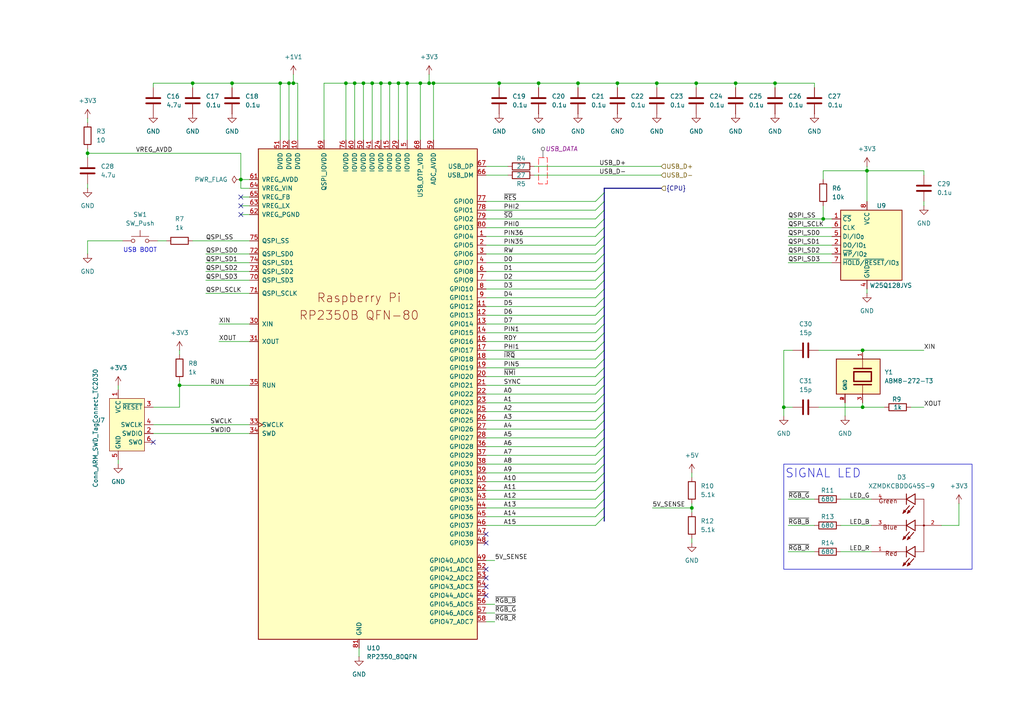
<source format=kicad_sch>
(kicad_sch (version 20250114) (generator "eeschema") (generator_version "9.0")
  (paper "A4")
  (lib_symbols
    (symbol "Connector:Conn_ARM_SWD_TagConnect_TC2030" (in_bom no)
      (property "Reference" "J" (at 2.54 11.43 0))
      (property "Value" "Conn_ARM_SWD_TagConnect_TC2030" (at 5.08 8.89 0))
      (symbol "Conn_ARM_SWD_TagConnect_TC2030_0_0"
        (pin power_in line (at -2.54 10.16 270) (length 2.54) (name "VCC") (number "1"))
        (pin power_in line (at -2.54 -10.16 90) (length 2.54) (name "GND") (number "5"))
        (pin open_collector line (at 7.62 5.08 180) (length 2.54) (name "~{RESET}") (number "3"))
        (pin output line (at 7.62 0 180) (length 2.54) (name "SWCLK") (number "4"))
        (pin bidirectional line (at 7.62 -2.54 180) (length 2.54) (name "SWDIO") (number "2"))
        (pin input line (at 7.62 -5.08 180) (length 2.54) (name "SWO") (number "6"))
      )
    )
    (symbol "Device:C" (pin_numbers (hide yes)) (pin_names (offset 0.254))
      (property "Reference" "C" (at 0.635 2.54 0))
      (property "Value" "C" (at 0.635 -2.54 0))
      (symbol "C_1_1"
        (pin passive line (at 0 3.81 270) (length 2.794) (name "~") (number "1"))
        (pin passive line (at 0 -3.81 90) (length 2.794) (name "~") (number "2"))
      )
    )
    (symbol "Device:R" (pin_numbers (hide yes)) (pin_names (offset 0))
      (property "Reference" "R" (at 2.032 0 90))
      (property "Value" "R" (at 0 0 90))
      (symbol "R_1_1"
        (pin passive line (at 0 3.81 270) (length 1.27) (name "~") (number "1"))
        (pin passive line (at 0 -3.81 90) (length 1.27) (name "~") (number "2"))
      )
    )
    (symbol "Memory_Flash:W25Q128JVS"
      (property "Reference" "U" (at -6.35 11.43 0))
      (property "Value" "W25Q128JVS" (at 7.62 11.43 0))
      (symbol "W25Q128JVS_1_1"
        (pin input line (at -10.16 7.62 0) (length 2.54) (name "~{CS}") (number "1"))
        (pin input line (at -10.16 5.08 0) (length 2.54) (name "CLK") (number "6"))
        (pin bidirectional line (at -10.16 2.54 0) (length 2.54) (name "DI/IO_{0}") (number "5"))
        (pin bidirectional line (at -10.16 0 0) (length 2.54) (name "DO/IO_{1}") (number "2"))
        (pin bidirectional line (at -10.16 -2.54 0) (length 2.54) (name "~{WP}/IO_{2}") (number "3"))
        (pin bidirectional line (at -10.16 -5.08 0) (length 2.54) (name "~{HOLD}/~{RESET}/IO_{3}") (number "7"))
        (pin power_in line (at 0 12.7 270) (length 2.54) (name "VCC") (number "8"))
        (pin power_in line (at 0 -12.7 90) (length 2.54) (name "GND") (number "4"))
      )
    )
    (symbol "Switch:SW_Push" (pin_numbers (hide yes)) (pin_names (offset 1.016) (hide yes))
      (property "Reference" "SW" (at 1.27 2.54 0))
      (property "Value" "SW_Push" (at 0 -1.524 0))
      (symbol "SW_Push_0_1"
        (pin passive line (at -5.08 0 0) (length 2.54) (name "1") (number "1"))
        (pin passive line (at 5.08 0 180) (length 2.54) (name "2") (number "2"))
      )
    )
    (symbol "power:+1V1" (power) (pin_numbers (hide yes)) (pin_names (offset 0) (hide yes))
      (property "Value" "+1V1" (at 0 3.556 0))
      (symbol "+1V1_1_1"
        (pin power_in line (at 0 0 90) (length 0) (name "~") (number "1"))
      )
    )
    (symbol "power:+3V3" (power) (pin_numbers (hide yes)) (pin_names (offset 0) (hide yes))
      (property "Value" "+3V3" (at 0 3.556 0))
      (symbol "+3V3_1_1"
        (pin power_in line (at 0 0 90) (length 0) (name "~") (number "1"))
      )
    )
    (symbol "power:+5V" (power) (pin_numbers (hide yes)) (pin_names (offset 0) (hide yes))
      (property "Value" "+5V" (at 0 3.556 0))
      (symbol "+5V_1_1"
        (pin power_in line (at 0 0 90) (length 0) (name "~") (number "1"))
      )
    )
    (symbol "power:GND" (power) (pin_numbers (hide yes)) (pin_names (offset 0) (hide yes))
      (property "Value" "GND" (at 0 -3.81 0))
      (symbol "GND_1_1"
        (pin power_in line (at 0 0 270) (length 0) (name "~") (number "1"))
      )
    )
    (symbol "power:PWR_FLAG" (power) (pin_numbers (hide yes)) (pin_names (offset 0) (hide yes))
      (property "Value" "PWR_FLAG" (at 0 3.81 0))
      (symbol "PWR_FLAG_0_0"
        (pin power_out line (at 0 0 90) (length 0) (name "~") (number "1"))
      )
    )
    (symbol "symbol_library:ABM8-272-T3" (pin_names (offset 1.016))
      (property "Reference" "Y" (at -5.0878 6.3559 0))
      (property "Value" "ABM8-272-T3" (at -5.0944 -10.16 0))
      (symbol "ABM8-272-T3_0_0"
        (pin passive line (at -7.62 0 0) (length 2.54) (name "~") (number "1"))
        (pin passive line (at 7.62 0 180) (length 2.54) (name "~") (number "3"))
        (pin power_in line (at 7.62 -5.08 180) (length 2.54) (name "GND") (number "2"))
        (pin power_in line (at 7.62 -5.08 180) (length 2.54) (name "GND") (number "4"))
      )
    )
    (symbol "symbol_library:RP2350_80QFN" (pin_names (offset 1.016))
      (property "Reference" "U" (at -29.21 49.53 0))
      (property "Value" "RP2350_80QFN" (at 25.4 -96.52 0))
      (symbol "RP2350_80QFN_0_0"
        (text "Raspberry Pi" (at 0 5.08 0) (effects (font (size 2.54 2.54))))
      )
      (symbol "RP2350_80QFN_1_0"
        (text "RP2350B QFN-80" (at 0 0 0) (effects (font (size 2.54 2.54))))
      )
      (symbol "RP2350_80QFN_1_1"
        (pin power_in line (at -31.75 39.37 0) (length 2.54) (name "VREG_AVDD") (number "61"))
        (pin power_in line (at -31.75 36.83 0) (length 2.54) (name "VREG_VIN") (number "64"))
        (pin input line (at -31.75 34.29 0) (length 2.54) (name "VREG_FB") (number "65"))
        (pin power_out line (at -31.75 31.75 0) (length 2.54) (name "VREG_LX") (number "63"))
        (pin power_in line (at -31.75 29.21 0) (length 2.54) (name "VREG_PGND") (number "62"))
        (pin bidirectional line (at -31.75 21.59 0) (length 2.54) (name "QSPI_SS") (number "75"))
        (pin bidirectional line (at -31.75 17.78 0) (length 2.54) (name "QSPI_SD0") (number "72"))
        (pin bidirectional line (at -31.75 15.24 0) (length 2.54) (name "QSPI_SD1") (number "74"))
        (pin bidirectional line (at -31.75 12.7 0) (length 2.54) (name "QSPI_SD2") (number "73"))
        (pin bidirectional line (at -31.75 10.16 0) (length 2.54) (name "QSPI_SD3") (number "70"))
        (pin output line (at -31.75 6.35 0) (length 2.54) (name "QSPI_SCLK") (number "71"))
        (pin input line (at -31.75 -2.54 0) (length 2.54) (name "XIN") (number "30"))
        (pin passive line (at -31.75 -7.62 0) (length 2.54) (name "XOUT") (number "31"))
        (pin input line (at -31.75 -20.32 0) (length 2.54) (name "RUN") (number "35"))
        (pin input clock (at -31.75 -31.75 0) (length 2.54) (name "SWCLK") (number "33"))
        (pin bidirectional line (at -31.75 -34.29 0) (length 2.54) (name "SWD") (number "34"))
        (pin power_in line (at -22.86 50.8 270) (length 2.54) (name "DVDD") (number "51"))
        (pin power_in line (at -20.32 50.8 270) (length 2.54) (name "DVDD") (number "32"))
        (pin power_in line (at -17.78 50.8 270) (length 2.54) (name "DVDD") (number "10"))
        (pin power_in line (at -10.16 50.8 270) (length 2.54) (name "QSPI_IOVDD") (number "69"))
        (pin power_in line (at -3.81 50.8 270) (length 2.54) (name "IOVDD") (number "76"))
        (pin power_in line (at -1.27 50.8 270) (length 2.54) (name "IOVDD") (number "60"))
        (pin power_in line (at 0 -96.52 90) (length 2.54) (name "GND") (number "81"))
        (pin power_in line (at 1.27 50.8 270) (length 2.54) (name "IOVDD") (number "50"))
        (pin power_in line (at 3.81 50.8 270) (length 2.54) (name "IOVDD") (number "41"))
        (pin power_in line (at 6.35 50.8 270) (length 2.54) (name "IOVDD") (number "24"))
        (pin power_in line (at 8.89 50.8 270) (length 2.54) (name "IOVDD") (number "15"))
        (pin power_in line (at 11.43 50.8 270) (length 2.54) (name "IOVDD") (number "29"))
        (pin power_in line (at 13.97 50.8 270) (length 2.54) (name "IOVDD") (number "5"))
        (pin power_in line (at 17.78 50.8 270) (length 2.54) (name "USB_OTP_VDD") (number "68"))
        (pin power_in line (at 21.59 50.8 270) (length 2.54) (name "ADC_AVDD") (number "59"))
        (pin bidirectional line (at 36.83 43.18 180) (length 2.54) (name "USB_DP") (number "67"))
        (pin bidirectional line (at 36.83 40.64 180) (length 2.54) (name "USB_DM") (number "66"))
        (pin bidirectional line (at 36.83 33.02 180) (length 2.54) (name "GPIO0") (number "77"))
        (pin bidirectional line (at 36.83 30.48 180) (length 2.54) (name "GPIO1") (number "78"))
        (pin bidirectional line (at 36.83 27.94 180) (length 2.54) (name "GPIO2") (number "79"))
        (pin bidirectional line (at 36.83 25.4 180) (length 2.54) (name "GPIO3") (number "80"))
        (pin bidirectional line (at 36.83 22.86 180) (length 2.54) (name "GPIO4") (number "1"))
        (pin bidirectional line (at 36.83 20.32 180) (length 2.54) (name "GPIO5") (number "2"))
        (pin bidirectional line (at 36.83 17.78 180) (length 2.54) (name "GPIO6") (number "3"))
        (pin bidirectional line (at 36.83 15.24 180) (length 2.54) (name "GPIO7") (number "4"))
        (pin bidirectional line (at 36.83 12.7 180) (length 2.54) (name "GPIO8") (number "6"))
        (pin bidirectional line (at 36.83 10.16 180) (length 2.54) (name "GPIO9") (number "7"))
        (pin bidirectional line (at 36.83 7.62 180) (length 2.54) (name "GPIO10") (number "8"))
        (pin bidirectional line (at 36.83 5.08 180) (length 2.54) (name "GPIO11") (number "9"))
        (pin bidirectional line (at 36.83 2.54 180) (length 2.54) (name "GPIO12") (number "11"))
        (pin bidirectional line (at 36.83 0 180) (length 2.54) (name "GPIO13") (number "12"))
        (pin bidirectional line (at 36.83 -2.54 180) (length 2.54) (name "GPIO14") (number "13"))
        (pin bidirectional line (at 36.83 -5.08 180) (length 2.54) (name "GPIO15") (number "14"))
        (pin bidirectional line (at 36.83 -7.62 180) (length 2.54) (name "GPIO16") (number "16"))
        (pin bidirectional line (at 36.83 -10.16 180) (length 2.54) (name "GPIO17") (number "17"))
        (pin bidirectional line (at 36.83 -12.7 180) (length 2.54) (name "GPIO18") (number "18"))
        (pin bidirectional line (at 36.83 -15.24 180) (length 2.54) (name "GPIO19") (number "19"))
        (pin bidirectional line (at 36.83 -17.78 180) (length 2.54) (name "GPIO20") (number "20"))
        (pin bidirectional line (at 36.83 -20.32 180) (length 2.54) (name "GPIO21") (number "21"))
        (pin bidirectional line (at 36.83 -22.86 180) (length 2.54) (name "GPIO22") (number "22"))
        (pin bidirectional line (at 36.83 -25.4 180) (length 2.54) (name "GPIO23") (number "23"))
        (pin bidirectional line (at 36.83 -27.94 180) (length 2.54) (name "GPIO24") (number "25"))
        (pin bidirectional line (at 36.83 -30.48 180) (length 2.54) (name "GPIO25") (number "26"))
        (pin bidirectional line (at 36.83 -33.02 180) (length 2.54) (name "GPIO26") (number "27"))
        (pin bidirectional line (at 36.83 -35.56 180) (length 2.54) (name "GPIO27") (number "28"))
        (pin bidirectional line (at 36.83 -38.1 180) (length 2.54) (name "GPIO28") (number "36"))
        (pin bidirectional line (at 36.83 -40.64 180) (length 2.54) (name "GPIO29") (number "37"))
        (pin bidirectional line (at 36.83 -43.18 180) (length 2.54) (name "GPIO30") (number "38"))
        (pin bidirectional line (at 36.83 -45.72 180) (length 2.54) (name "GPIO31") (number "39"))
        (pin bidirectional line (at 36.83 -48.26 180) (length 2.54) (name "GPIO32") (number "40"))
        (pin bidirectional line (at 36.83 -50.8 180) (length 2.54) (name "GPIO33") (number "42"))
        (pin bidirectional line (at 36.83 -53.34 180) (length 2.54) (name "GPIO34") (number "43"))
        (pin bidirectional line (at 36.83 -55.88 180) (length 2.54) (name "GPIO35") (number "44"))
        (pin bidirectional line (at 36.83 -58.42 180) (length 2.54) (name "GPIO36") (number "45"))
        (pin bidirectional line (at 36.83 -60.96 180) (length 2.54) (name "GPIO37") (number "46"))
        (pin bidirectional line (at 36.83 -63.5 180) (length 2.54) (name "GPIO38") (number "47"))
        (pin bidirectional line (at 36.83 -66.04 180) (length 2.54) (name "GPIO39") (number "48"))
        (pin bidirectional line (at 36.83 -71.12 180) (length 2.54) (name "GPIO40_ADC0") (number "49"))
        (pin bidirectional line (at 36.83 -73.66 180) (length 2.54) (name "GPIO41_ADC1") (number "52"))
        (pin bidirectional line (at 36.83 -76.2 180) (length 2.54) (name "GPIO42_ADC2") (number "53"))
        (pin bidirectional line (at 36.83 -78.74 180) (length 2.54) (name "GPIO43_ADC3") (number "54"))
        (pin bidirectional line (at 36.83 -81.28 180) (length 2.54) (name "GPIO44_ADC4") (number "55"))
        (pin bidirectional line (at 36.83 -83.82 180) (length 2.54) (name "GPIO45_ADC5") (number "56"))
        (pin bidirectional line (at 36.83 -86.36 180) (length 2.54) (name "GPIO46_ADC6") (number "57"))
        (pin bidirectional line (at 36.83 -88.9 180) (length 2.54) (name "GPIO47_ADC7") (number "58"))
      )
    )
    (symbol "symbol_library:XZMDKCBDDG45S-9" (pin_names (offset 1.016))
      (property "Reference" "D" (at -5.08 12.7 0))
      (property "Value" "XZMDKCBDDG45S-9" (at -5.08 -12.7 0))
      (symbol "XZMDKCBDDG45S-9_0_0"
        (text "Red" (at 2.54 8.89 0) (effects (font (size 1.27 1.27)) (justify left bottom)))
        (text "Blue" (at 2.54 1.27 0) (effects (font (size 1.27 1.27)) (justify left bottom)))
        (text "Green" (at 2.54 -6.35 0) (effects (font (size 1.27 1.27)) (justify left bottom)))
        (pin passive line (at -10.16 0 0) (length 5.08) (name "~") (number "2"))
        (pin passive line (at 10.16 7.62 180) (length 5.08) (name "~") (number "1"))
        (pin passive line (at 10.16 0 180) (length 5.08) (name "~") (number "3"))
        (pin passive line (at 10.16 -7.62 180) (length 5.08) (name "~") (number "4"))
      )
    )
  )
  (rectangle (start 227.33 134.62) (end 281.94 165.1))
  (text "USB BOOT" (at 40.64 72.644 0) (effects (font (size 1.27 1.27))))
  (text "SIGNAL LED" (at 238.76 137.414 0) (effects (font (size 2.54 2.54))))
  (junction (at 69.85 52.07))
  (junction (at 83.82 24.13))
  (junction (at 227.33 118.11))
  (junction (at 251.46 49.53))
  (junction (at 81.28 24.13))
  (junction (at 190.5 24.13))
  (junction (at 224.79 24.13))
  (junction (at 102.87 24.13))
  (junction (at 250.19 118.11))
  (junction (at 113.03 24.13))
  (junction (at 156.21 24.13))
  (junction (at 52.07 111.76))
  (junction (at 124.46 24.13))
  (junction (at 201.93 24.13))
  (junction (at 110.49 24.13))
  (junction (at 55.88 24.13))
  (junction (at 85.09 24.13))
  (junction (at 250.19 101.6))
  (junction (at 100.33 24.13))
  (junction (at 107.95 24.13))
  (junction (at 125.73 24.13))
  (junction (at 213.36 24.13))
  (junction (at 238.76 63.5))
  (junction (at 144.78 24.13))
  (junction (at 121.92 24.13))
  (junction (at 179.07 24.13))
  (junction (at 167.64 24.13))
  (junction (at 67.31 24.13))
  (junction (at 105.41 24.13))
  (junction (at 118.11 24.13))
  (junction (at 200.66 147.32))
  (junction (at 115.57 24.13))
  (junction (at 25.4 44.45))
  (no_connect (at 140.97 167.64))
  (no_connect (at 140.97 172.72))
  (no_connect (at 69.85 59.69))
  (no_connect (at 69.85 57.15))
  (no_connect (at 69.85 62.23))
  (no_connect (at 140.97 165.1))
  (no_connect (at 140.97 154.94))
  (no_connect (at 140.97 157.48))
  (no_connect (at 44.45 128.27))
  (no_connect (at 140.97 170.18))
  (bus_entry (at 175.26 88.9) (size -2.54 2.54))
  (bus_entry (at 175.26 96.52) (size -2.54 2.54))
  (bus_entry (at 175.26 144.78) (size -2.54 2.54))
  (bus_entry (at 175.26 78.74) (size -2.54 2.54))
  (bus_entry (at 175.26 119.38) (size -2.54 2.54))
  (bus_entry (at 175.26 127) (size -2.54 2.54))
  (bus_entry (at 175.26 83.82) (size -2.54 2.54))
  (bus_entry (at 175.26 121.92) (size -2.54 2.54))
  (bus_entry (at 175.26 104.14) (size -2.54 2.54))
  (bus_entry (at 175.26 147.32) (size -2.54 2.54))
  (bus_entry (at 175.26 86.36) (size -2.54 2.54))
  (bus_entry (at 175.26 76.2) (size -2.54 2.54))
  (bus_entry (at 175.26 93.98) (size -2.54 2.54))
  (bus_entry (at 175.26 68.58) (size -2.54 2.54))
  (bus_entry (at 175.26 109.22) (size -2.54 2.54))
  (bus_entry (at 175.26 137.16) (size -2.54 2.54))
  (bus_entry (at 175.26 129.54) (size -2.54 2.54))
  (bus_entry (at 175.26 149.86) (size -2.54 2.54))
  (bus_entry (at 175.26 81.28) (size -2.54 2.54))
  (bus_entry (at 175.26 116.84) (size -2.54 2.54))
  (bus_entry (at 175.26 66.04) (size -2.54 2.54))
  (bus_entry (at 175.26 134.62) (size -2.54 2.54))
  (bus_entry (at 175.26 139.7) (size -2.54 2.54))
  (bus_entry (at 175.26 101.6) (size -2.54 2.54))
  (bus_entry (at 175.26 91.44) (size -2.54 2.54))
  (bus_entry (at 175.26 132.08) (size -2.54 2.54))
  (bus_entry (at 175.26 142.24) (size -2.54 2.54))
  (bus_entry (at 175.26 71.12) (size -2.54 2.54))
  (bus_entry (at 175.26 60.96) (size -2.54 2.54))
  (bus_entry (at 175.26 63.5) (size -2.54 2.54))
  (bus_entry (at 175.26 99.06) (size -2.54 2.54))
  (bus_entry (at 175.26 124.46) (size -2.54 2.54))
  (bus_entry (at 175.26 114.3) (size -2.54 2.54))
  (bus_entry (at 175.26 73.66) (size -2.54 2.54))
  (bus_entry (at 175.26 106.68) (size -2.54 2.54))
  (bus_entry (at 175.26 111.76) (size -2.54 2.54))
  (bus_entry (at 175.26 55.88) (size -2.54 2.54))
  (bus_entry (at 175.26 58.42) (size -2.54 2.54))
  (wire (pts (xy 140.97 134.62) (xy 172.72 134.62)))
  (bus (pts (xy 175.26 96.52) (xy 175.26 99.06)))
  (wire (pts (xy 238.76 63.5) (xy 241.3 63.5)))
  (wire (pts (xy 243.84 160.02) (xy 252.73 160.02)))
  (wire (pts (xy 55.88 24.13) (xy 67.31 24.13)))
  (wire (pts (xy 52.07 118.11) (xy 52.07 111.76)))
  (wire (pts (xy 25.4 34.29) (xy 25.4 35.56)))
  (wire (pts (xy 238.76 49.53) (xy 251.46 49.53)))
  (bus (pts (xy 175.26 60.96) (xy 175.26 63.5)))
  (wire (pts (xy 63.5 99.06) (xy 72.39 99.06)))
  (wire (pts (xy 228.6 73.66) (xy 241.3 73.66)))
  (wire (pts (xy 93.98 40.64) (xy 93.98 24.13)))
  (wire (pts (xy 156.21 24.13) (xy 167.64 24.13)))
  (wire (pts (xy 34.29 111.76) (xy 34.29 113.03)))
  (wire (pts (xy 121.92 24.13) (xy 121.92 40.64)))
  (bus (pts (xy 175.26 73.66) (xy 175.26 76.2)))
  (bus (pts (xy 175.26 58.42) (xy 175.26 60.96)))
  (bus (pts (xy 175.26 106.68) (xy 175.26 109.22)))
  (wire (pts (xy 86.36 24.13) (xy 85.09 24.13)))
  (wire (pts (xy 124.46 24.13) (xy 121.92 24.13)))
  (bus (pts (xy 175.26 116.84) (xy 175.26 119.38)))
  (wire (pts (xy 59.69 81.28) (xy 72.39 81.28)))
  (wire (pts (xy 140.97 63.5) (xy 172.72 63.5)))
  (wire (pts (xy 102.87 40.64) (xy 102.87 24.13)))
  (wire (pts (xy 140.97 139.7) (xy 172.72 139.7)))
  (wire (pts (xy 140.97 86.36) (xy 172.72 86.36)))
  (wire (pts (xy 201.93 25.4) (xy 201.93 24.13)))
  (wire (pts (xy 140.97 111.76) (xy 172.72 111.76)))
  (wire (pts (xy 200.66 156.21) (xy 200.66 157.48)))
  (wire (pts (xy 236.22 25.4) (xy 236.22 24.13)))
  (wire (pts (xy 228.6 63.5) (xy 238.76 63.5)))
  (wire (pts (xy 200.66 137.16) (xy 200.66 138.43)))
  (wire (pts (xy 83.82 24.13) (xy 85.09 24.13)))
  (wire (pts (xy 59.69 78.74) (xy 72.39 78.74)))
  (wire (pts (xy 69.85 62.23) (xy 72.39 62.23)))
  (bus (pts (xy 175.26 121.92) (xy 175.26 124.46)))
  (bus (pts (xy 175.26 104.14) (xy 175.26 106.68)))
  (wire (pts (xy 140.97 66.04) (xy 172.72 66.04)))
  (wire (pts (xy 250.19 118.11) (xy 256.54 118.11)))
  (wire (pts (xy 118.11 24.13) (xy 121.92 24.13)))
  (wire (pts (xy 125.73 40.64) (xy 125.73 24.13)))
  (wire (pts (xy 140.97 175.26) (xy 143.51 175.26)))
  (wire (pts (xy 228.6 71.12) (xy 241.3 71.12)))
  (wire (pts (xy 140.97 50.8) (xy 147.32 50.8)))
  (wire (pts (xy 228.6 68.58) (xy 241.3 68.58)))
  (wire (pts (xy 140.97 83.82) (xy 172.72 83.82)))
  (wire (pts (xy 25.4 44.45) (xy 69.85 44.45)))
  (wire (pts (xy 115.57 24.13) (xy 118.11 24.13)))
  (wire (pts (xy 107.95 24.13) (xy 110.49 24.13)))
  (wire (pts (xy 243.84 152.4) (xy 252.73 152.4)))
  (wire (pts (xy 224.79 24.13) (xy 236.22 24.13)))
  (wire (pts (xy 140.97 99.06) (xy 172.72 99.06)))
  (wire (pts (xy 200.66 146.05) (xy 200.66 147.32)))
  (wire (pts (xy 125.73 24.13) (xy 124.46 24.13)))
  (wire (pts (xy 55.88 69.85) (xy 72.39 69.85)))
  (wire (pts (xy 251.46 49.53) (xy 251.46 58.42)))
  (wire (pts (xy 140.97 73.66) (xy 172.72 73.66)))
  (wire (pts (xy 140.97 81.28) (xy 172.72 81.28)))
  (wire (pts (xy 86.36 24.13) (xy 86.36 40.64)))
  (wire (pts (xy 228.6 152.4) (xy 236.22 152.4)))
  (wire (pts (xy 251.46 48.26) (xy 251.46 49.53)))
  (wire (pts (xy 227.33 118.11) (xy 227.33 120.65)))
  (wire (pts (xy 140.97 96.52) (xy 172.72 96.52)))
  (wire (pts (xy 44.45 125.73) (xy 72.39 125.73)))
  (wire (pts (xy 250.19 101.6) (xy 267.97 101.6)))
  (wire (pts (xy 113.03 24.13) (xy 115.57 24.13)))
  (wire (pts (xy 189.23 147.32) (xy 200.66 147.32)))
  (bus (pts (xy 175.26 91.44) (xy 175.26 93.98)))
  (wire (pts (xy 85.09 21.59) (xy 85.09 24.13)))
  (wire (pts (xy 69.85 52.07) (xy 72.39 52.07)))
  (bus (pts (xy 175.26 109.22) (xy 175.26 111.76)))
  (wire (pts (xy 267.97 58.42) (xy 267.97 59.69)))
  (wire (pts (xy 267.97 50.8) (xy 267.97 49.53)))
  (wire (pts (xy 140.97 76.2) (xy 172.72 76.2)))
  (wire (pts (xy 59.69 73.66) (xy 72.39 73.66)))
  (wire (pts (xy 179.07 25.4) (xy 179.07 24.13)))
  (wire (pts (xy 140.97 88.9) (xy 172.72 88.9)))
  (wire (pts (xy 45.72 69.85) (xy 48.26 69.85)))
  (wire (pts (xy 44.45 25.4) (xy 44.45 24.13)))
  (bus (pts (xy 175.26 63.5) (xy 175.26 66.04)))
  (wire (pts (xy 140.97 180.34) (xy 143.51 180.34)))
  (wire (pts (xy 55.88 25.4) (xy 55.88 24.13)))
  (wire (pts (xy 167.64 24.13) (xy 179.07 24.13)))
  (wire (pts (xy 190.5 25.4) (xy 190.5 24.13)))
  (wire (pts (xy 154.94 48.26) (xy 191.77 48.26)))
  (bus (pts (xy 175.26 114.3) (xy 175.26 116.84)))
  (bus (pts (xy 175.26 55.88) (xy 175.26 58.42)))
  (bus (pts (xy 175.26 88.9) (xy 175.26 91.44)))
  (wire (pts (xy 140.97 78.74) (xy 172.72 78.74)))
  (wire (pts (xy 140.97 149.86) (xy 172.72 149.86)))
  (wire (pts (xy 59.69 85.09) (xy 72.39 85.09)))
  (wire (pts (xy 67.31 25.4) (xy 67.31 24.13)))
  (wire (pts (xy 81.28 24.13) (xy 83.82 24.13)))
  (wire (pts (xy 140.97 116.84) (xy 172.72 116.84)))
  (wire (pts (xy 125.73 24.13) (xy 144.78 24.13)))
  (wire (pts (xy 228.6 66.04) (xy 241.3 66.04)))
  (wire (pts (xy 69.85 59.69) (xy 72.39 59.69)))
  (bus (pts (xy 175.26 83.82) (xy 175.26 86.36)))
  (wire (pts (xy 140.97 114.3) (xy 172.72 114.3)))
  (wire (pts (xy 140.97 71.12) (xy 172.72 71.12)))
  (wire (pts (xy 251.46 83.82) (xy 251.46 85.09)))
  (wire (pts (xy 140.97 177.8) (xy 143.51 177.8)))
  (bus (pts (xy 175.26 76.2) (xy 175.26 78.74)))
  (wire (pts (xy 25.4 69.85) (xy 25.4 73.66)))
  (wire (pts (xy 104.14 187.96) (xy 104.14 190.5)))
  (bus (pts (xy 175.26 119.38) (xy 175.26 121.92)))
  (wire (pts (xy 200.66 147.32) (xy 200.66 148.59)))
  (wire (pts (xy 140.97 109.22) (xy 172.72 109.22)))
  (wire (pts (xy 237.49 101.6) (xy 250.19 101.6)))
  (wire (pts (xy 69.85 44.45) (xy 69.85 52.07)))
  (wire (pts (xy 93.98 24.13) (xy 100.33 24.13)))
  (wire (pts (xy 238.76 52.07) (xy 238.76 49.53)))
  (wire (pts (xy 69.85 52.07) (xy 69.85 54.61)))
  (wire (pts (xy 35.56 69.85) (xy 25.4 69.85)))
  (wire (pts (xy 113.03 24.13) (xy 113.03 40.64)))
  (wire (pts (xy 156.21 25.4) (xy 156.21 24.13)))
  (bus (pts (xy 175.26 54.61) (xy 191.77 54.61)))
  (wire (pts (xy 52.07 110.49) (xy 52.07 111.76)))
  (wire (pts (xy 140.97 121.92) (xy 172.72 121.92)))
  (bus (pts (xy 175.26 147.32) (xy 175.26 149.86)))
  (bus (pts (xy 175.26 81.28) (xy 175.26 83.82)))
  (wire (pts (xy 69.85 54.61) (xy 72.39 54.61)))
  (wire (pts (xy 44.45 123.19) (xy 72.39 123.19)))
  (wire (pts (xy 237.49 118.11) (xy 250.19 118.11)))
  (wire (pts (xy 140.97 162.56) (xy 143.51 162.56)))
  (wire (pts (xy 140.97 132.08) (xy 172.72 132.08)))
  (bus (pts (xy 175.26 111.76) (xy 175.26 114.3)))
  (wire (pts (xy 140.97 48.26) (xy 147.32 48.26)))
  (bus (pts (xy 175.26 101.6) (xy 175.26 104.14)))
  (wire (pts (xy 69.85 57.15) (xy 72.39 57.15)))
  (wire (pts (xy 140.97 147.32) (xy 172.72 147.32)))
  (wire (pts (xy 251.46 49.53) (xy 267.97 49.53)))
  (wire (pts (xy 118.11 40.64) (xy 118.11 24.13)))
  (wire (pts (xy 102.87 24.13) (xy 105.41 24.13)))
  (wire (pts (xy 63.5 93.98) (xy 72.39 93.98)))
  (bus (pts (xy 175.26 144.78) (xy 175.26 147.32)))
  (wire (pts (xy 264.16 118.11) (xy 267.97 118.11)))
  (wire (pts (xy 124.46 21.59) (xy 124.46 24.13)))
  (wire (pts (xy 250.19 116.84) (xy 250.19 118.11)))
  (wire (pts (xy 144.78 25.4) (xy 144.78 24.13)))
  (bus (pts (xy 175.26 66.04) (xy 175.26 68.58)))
  (bus (pts (xy 175.26 78.74) (xy 175.26 81.28)))
  (wire (pts (xy 105.41 24.13) (xy 107.95 24.13)))
  (wire (pts (xy 83.82 40.64) (xy 83.82 24.13)))
  (wire (pts (xy 34.29 133.35) (xy 34.29 134.62)))
  (wire (pts (xy 140.97 60.96) (xy 172.72 60.96)))
  (wire (pts (xy 278.13 146.05) (xy 278.13 152.4)))
  (wire (pts (xy 110.49 24.13) (xy 113.03 24.13)))
  (wire (pts (xy 59.69 76.2) (xy 72.39 76.2)))
  (wire (pts (xy 228.6 76.2) (xy 241.3 76.2)))
  (bus (pts (xy 175.26 134.62) (xy 175.26 137.16)))
  (wire (pts (xy 140.97 93.98) (xy 172.72 93.98)))
  (wire (pts (xy 229.87 101.6) (xy 227.33 101.6)))
  (bus (pts (xy 175.26 68.58) (xy 175.26 71.12)))
  (wire (pts (xy 52.07 101.6) (xy 52.07 102.87)))
  (wire (pts (xy 179.07 24.13) (xy 190.5 24.13)))
  (wire (pts (xy 213.36 24.13) (xy 224.79 24.13)))
  (wire (pts (xy 213.36 25.4) (xy 213.36 24.13)))
  (bus (pts (xy 175.26 129.54) (xy 175.26 132.08)))
  (wire (pts (xy 115.57 24.13) (xy 115.57 40.64)))
  (bus (pts (xy 175.26 137.16) (xy 175.26 139.7)))
  (wire (pts (xy 245.11 116.84) (xy 245.11 120.65)))
  (wire (pts (xy 140.97 119.38) (xy 172.72 119.38)))
  (wire (pts (xy 107.95 24.13) (xy 107.95 40.64)))
  (wire (pts (xy 228.6 144.78) (xy 236.22 144.78)))
  (wire (pts (xy 140.97 124.46) (xy 172.72 124.46)))
  (bus (pts (xy 175.26 132.08) (xy 175.26 134.62)))
  (wire (pts (xy 243.84 144.78) (xy 252.73 144.78)))
  (bus (pts (xy 175.26 99.06) (xy 175.26 101.6)))
  (wire (pts (xy 140.97 127) (xy 172.72 127)))
  (wire (pts (xy 201.93 24.13) (xy 213.36 24.13)))
  (bus (pts (xy 175.26 124.46) (xy 175.26 127)))
  (wire (pts (xy 140.97 104.14) (xy 172.72 104.14)))
  (bus (pts (xy 175.26 139.7) (xy 175.26 142.24)))
  (bus (pts (xy 175.26 142.24) (xy 175.26 144.78)))
  (bus (pts (xy 175.26 71.12) (xy 175.26 73.66)))
  (wire (pts (xy 140.97 106.68) (xy 172.72 106.68)))
  (wire (pts (xy 140.97 68.58) (xy 172.72 68.58)))
  (wire (pts (xy 52.07 111.76) (xy 72.39 111.76)))
  (wire (pts (xy 140.97 91.44) (xy 172.72 91.44)))
  (wire (pts (xy 140.97 152.4) (xy 172.72 152.4)))
  (wire (pts (xy 238.76 59.69) (xy 238.76 63.5)))
  (wire (pts (xy 100.33 24.13) (xy 102.87 24.13)))
  (wire (pts (xy 25.4 53.34) (xy 25.4 54.61)))
  (wire (pts (xy 227.33 101.6) (xy 227.33 118.11)))
  (bus (pts (xy 175.26 149.86) (xy 175.26 151.13)))
  (bus (pts (xy 175.26 127) (xy 175.26 129.54)))
  (wire (pts (xy 140.97 137.16) (xy 172.72 137.16)))
  (wire (pts (xy 227.33 118.11) (xy 229.87 118.11)))
  (wire (pts (xy 81.28 40.64) (xy 81.28 24.13)))
  (wire (pts (xy 100.33 24.13) (xy 100.33 40.64)))
  (wire (pts (xy 140.97 58.42) (xy 172.72 58.42)))
  (bus (pts (xy 175.26 86.36) (xy 175.26 88.9)))
  (wire (pts (xy 110.49 24.13) (xy 110.49 40.64)))
  (wire (pts (xy 44.45 24.13) (xy 55.88 24.13)))
  (wire (pts (xy 273.05 152.4) (xy 278.13 152.4)))
  (bus (pts (xy 175.26 54.61) (xy 175.26 55.88)))
  (wire (pts (xy 67.31 24.13) (xy 81.28 24.13)))
  (wire (pts (xy 44.45 118.11) (xy 52.07 118.11)))
  (wire (pts (xy 140.97 142.24) (xy 172.72 142.24)))
  (wire (pts (xy 105.41 24.13) (xy 105.41 40.64)))
  (wire (pts (xy 190.5 24.13) (xy 201.93 24.13)))
  (wire (pts (xy 228.6 160.02) (xy 236.22 160.02)))
  (wire (pts (xy 224.79 25.4) (xy 224.79 24.13)))
  (wire (pts (xy 154.94 50.8) (xy 191.77 50.8)))
  (wire (pts (xy 25.4 43.18) (xy 25.4 44.45)))
  (wire (pts (xy 144.78 24.13) (xy 156.21 24.13)))
  (wire (pts (xy 167.64 25.4) (xy 167.64 24.13)))
  (wire (pts (xy 25.4 44.45) (xy 25.4 45.72)))
  (wire (pts (xy 140.97 101.6) (xy 172.72 101.6)))
  (wire (pts (xy 140.97 144.78) (xy 172.72 144.78)))
  (wire (pts (xy 140.97 129.54) (xy 172.72 129.54)))
  (bus (pts (xy 175.26 93.98) (xy 175.26 96.52)))
  (label "A1" (at 146.05 116.84 0))
  (label "QSPI_SD3" (at 59.69 81.28 0))
  (label "~{RGB_G}" (at 228.6 144.78 0))
  (label "A10" (at 146.05 139.7 0))
  (label "A4" (at 146.05 124.46 0))
  (label "SWCLK" (at 60.96 123.19 0))
  (label "A5" (at 146.05 127 0))
  (label "A3" (at 146.05 121.92 0))
  (label "PIN35" (at 146.05 71.12 0))
  (label "~{RGB_B}" (at 143.51 175.26 0))
  (label "QSPI_SS" (at 228.6 63.5 0))
  (label "~{RGB_G}" (at 143.51 177.8 0))
  (label "~{NMI}" (at 146.05 109.22 0))
  (label "A8" (at 146.05 134.62 0))
  (label "QSPI_SD0" (at 228.6 68.58 0))
  (label "D4" (at 146.05 86.36 0))
  (label "D7" (at 146.05 93.98 0))
  (label "XIN" (at 267.97 101.6 0))
  (label "LED_G" (at 246.38 144.78 0))
  (label "PHI0" (at 146.05 66.04 0))
  (label "QSPI_SD1" (at 228.6 71.12 0))
  (label "XOUT" (at 267.97 118.11 0))
  (label "QSPI_SD3" (at 228.6 76.2 0))
  (label "QSPI_SD2" (at 228.6 73.66 0))
  (label "A2" (at 146.05 119.38 0))
  (label "D5" (at 146.05 88.9 0))
  (label "PHI1" (at 146.05 101.6 0))
  (label "~{RES}" (at 146.05 58.42 0))
  (label "PIN36" (at 146.05 68.58 0))
  (label "A14" (at 146.05 149.86 0))
  (label "A6" (at 146.05 129.54 0))
  (label "SWDIO" (at 60.96 125.73 0))
  (label "LED_B" (at 246.38 152.4 0))
  (label "~{IRQ}" (at 146.05 104.14 0))
  (label "XOUT" (at 63.5 99.06 0))
  (label "RW" (at 146.05 73.66 0))
  (label "PHI2" (at 146.05 60.96 0))
  (label "SYNC" (at 146.05 111.76 0))
  (label "D0" (at 146.05 76.2 0))
  (label "D3" (at 146.05 83.82 0))
  (label "~{SO}" (at 146.05 63.5 0))
  (label "QSPI_SD1" (at 59.69 76.2 0))
  (label "PIN5" (at 146.05 106.68 0))
  (label "A15" (at 146.05 152.4 0))
  (label "~{RGB_R}" (at 143.51 180.34 0))
  (label "D6" (at 146.05 91.44 0))
  (label "QSPI_SCLK" (at 59.69 85.09 0))
  (label "~{RGB_B}" (at 228.6 152.4 0))
  (label "~{RGB_R}" (at 228.6 160.02 0))
  (label "VREG_AVDD" (at 39.37 44.45 0))
  (label "QSPI_SD2" (at 59.69 78.74 0))
  (label "A13" (at 146.05 147.32 0))
  (label "A7" (at 146.05 132.08 0))
  (label "QSPI_SS" (at 59.69 69.85 0))
  (label "USB_D+" (at 181.61 48.26 180))
  (label "A12" (at 146.05 144.78 0))
  (label "A0" (at 146.05 114.3 0))
  (label "QSPI_SCLK" (at 228.6 66.04 0))
  (label "RUN" (at 60.96 111.76 0))
  (label "LED_R" (at 246.38 160.02 0))
  (label "D2" (at 146.05 81.28 0))
  (label "XIN" (at 63.5 93.98 0))
  (label "RDY" (at 146.05 99.06 0))
  (label "5V_SENSE" (at 189.23 147.32 0))
  (label "A11" (at 146.05 142.24 0))
  (label "5V_SENSE" (at 143.51 162.56 0))
  (label "D1" (at 146.05 78.74 0))
  (label "USB_D-" (at 181.61 50.8 180))
  (label "QSPI_SD0" (at 59.69 73.66 0))
  (label "PIN1" (at 146.05 96.52 0))
  (label "A9" (at 146.05 137.16 0))
  (hierarchical_label "{CPU}" (shape input) (at 191.77 54.61 0))
  (hierarchical_label "USB_D+" (shape input) (at 191.77 48.26 0))
  (hierarchical_label "USB_D-" (shape input) (at 191.77 50.8 0))
  (rule_area (polyline (pts (xy 156.21 45.72) (xy 158.75 45.72) (xy 158.75 53.34) (xy 156.21 53.34)) (stroke (width 0) (type dash))))
  (netclass_flag "" (length 2.54) (shape round) (at 157.48 45.72 0) (property "Netclass" "USB_DATA" (at 158.1785 43.18 0) (effects (font (italic yes)) (justify left))))
  (symbol (lib_id "power:+5V") (at 200.66 137.16 0) (unit 1)
    (property "Reference" "#PWR058" (effects (hide yes)))
    (property "Value" "+5V" (at 200.66 132.08 0))
    (property "Description" "Power symbol creates a global label with name \"+5V\"" (effects (hide yes)))
  )
  (symbol (lib_id "Device:C") (at 167.64 29.21 0) (unit 1)
    (property "Reference" "C21" (at 171.45 27.9399 0) (effects (justify left)))
    (property "Value" "0.1u" (at 171.45 30.4799 0) (effects (justify left)))
    (property "Footprint" "Capacitor_SMD:C_0402_1005Metric_Pad0.74x0.62mm_HandSolder" (effects (hide yes)))
    (property "Description" "Unpolarized capacitor" (effects (hide yes)))
  )
  (symbol (lib_id "Device:R") (at 151.13 48.26 90) (unit 1)
    (property "Reference" "R4" (at 151.13 45.974 90))
    (property "Value" "27" (at 151.13 48.26 90))
    (property "Footprint" "Resistor_SMD:R_0402_1005Metric_Pad0.72x0.64mm_HandSolder" (effects (hide yes)))
    (property "Description" "Resistor" (effects (hide yes)))
  )
  (symbol (lib_id "power:GND") (at 267.97 59.69 0) (unit 1)
    (property "Reference" "#PWR049" (effects (hide yes)))
    (property "Value" "GND" (at 267.97 64.77 0))
    (property "Description" "Power symbol creates a global label with name \"GND\" , ground" (effects (hide yes)))
  )
  (symbol (lib_id "Device:R") (at 260.35 118.11 90) (unit 1)
    (property "Reference" "R9" (at 260.096 115.824 90))
    (property "Value" "1k" (at 260.35 118.11 90))
    (property "Footprint" "Resistor_SMD:R_0402_1005Metric_Pad0.72x0.64mm_HandSolder" (effects (hide yes)))
    (property "Description" "Resistor" (effects (hide yes)))
  )
  (symbol (lib_id "power:GND") (at 251.46 85.09 0) (unit 1)
    (property "Reference" "#PWR052" (effects (hide yes)))
    (property "Value" "GND" (at 251.46 90.17 0))
    (property "Description" "Power symbol creates a global label with name \"GND\" , ground" (effects (hide yes)))
  )
  (symbol (lib_id "power:GND") (at 55.88 33.02 0) (unit 1)
    (property "Reference" "#PWR033" (effects (hide yes)))
    (property "Value" "GND" (at 55.88 38.1 0))
    (property "Description" "Power symbol creates a global label with name \"GND\" , ground" (effects (hide yes)))
  )
  (symbol (lib_id "power:GND") (at 236.22 33.02 0) (unit 1)
    (property "Reference" "#PWR043" (effects (hide yes)))
    (property "Value" "GND" (at 236.22 38.1 0))
    (property "Description" "Power symbol creates a global label with name \"GND\" , ground" (effects (hide yes)))
  )
  (symbol (lib_id "power:GND") (at 227.33 120.65 0) (unit 1)
    (property "Reference" "#PWR055" (effects (hide yes)))
    (property "Value" "GND" (at 227.33 125.73 0))
    (property "Description" "Power symbol creates a global label with name \"GND\" , ground" (effects (hide yes)))
  )
  (symbol (lib_id "power:+3V3") (at 34.29 111.76 0) (unit 1)
    (property "Reference" "#PWR054" (effects (hide yes)))
    (property "Value" "+3V3" (at 34.29 106.68 0))
    (property "Description" "Power symbol creates a global label with name \"+3V3\"" (effects (hide yes)))
  )
  (symbol (lib_id "power:+3V3") (at 251.46 48.26 0) (unit 1)
    (property "Reference" "#PWR045" (effects (hide yes)))
    (property "Value" "+3V3" (at 251.46 43.18 0))
    (property "Description" "Power symbol creates a global label with name \"+3V3\"" (effects (hide yes)))
  )
  (symbol (lib_id "power:+1V1") (at 85.09 21.59 0) (unit 1)
    (property "Reference" "#PWR030" (effects (hide yes)))
    (property "Value" "+1V1" (at 85.09 16.51 0))
    (property "Description" "Power symbol creates a global label with name \"+1V1\"" (effects (hide yes)))
  )
  (symbol (lib_id "Device:C") (at 190.5 29.21 0) (unit 1)
    (property "Reference" "C23" (at 194.31 27.9399 0) (effects (justify left)))
    (property "Value" "0.1u" (at 194.31 30.4799 0) (effects (justify left)))
    (property "Footprint" "Capacitor_SMD:C_0402_1005Metric_Pad0.74x0.62mm_HandSolder" (effects (hide yes)))
    (property "Description" "Unpolarized capacitor" (effects (hide yes)))
  )
  (symbol (lib_id "Device:C") (at 267.97 54.61 0) (unit 1)
    (property "Reference" "C29" (at 271.78 53.3399 0) (effects (justify left)))
    (property "Value" "0.1u" (at 271.78 55.8799 0) (effects (justify left)))
    (property "Footprint" "Capacitor_SMD:C_0402_1005Metric_Pad0.74x0.62mm_HandSolder" (effects (hide yes)))
    (property "Description" "Unpolarized capacitor" (effects (hide yes)))
  )
  (symbol (lib_id "power:GND") (at 144.78 33.02 0) (unit 1)
    (property "Reference" "#PWR035" (effects (hide yes)))
    (property "Value" "GND" (at 144.78 38.1 0))
    (property "Description" "Power symbol creates a global label with name \"GND\" , ground" (effects (hide yes)))
  )
  (symbol (lib_id "symbol_library:RP2350_80QFN") (at 104.14 91.44 0) (unit 1)
    (property "Reference" "U10" (at 106.3341 187.96 0) (effects (justify left)))
    (property "Value" "RP2350_80QFN" (at 106.3341 190.5 0) (effects (justify left)))
    (property "Footprint" "footprints:RP2350-QFN-80-1EP_10x10_P0.4mm_EP3.4x3.4mm_ThermalVias" (effects (hide yes)))
  )
  (symbol (lib_id "power:GND") (at 104.14 190.5 0) (unit 1)
    (property "Reference" "#PWR061" (effects (hide yes)))
    (property "Value" "GND" (at 104.14 195.58 0))
    (property "Description" "Power symbol creates a global label with name \"GND\" , ground" (effects (hide yes)))
  )
  (symbol (lib_id "Device:C") (at 179.07 29.21 0) (unit 1)
    (property "Reference" "C22" (at 182.88 27.9399 0) (effects (justify left)))
    (property "Value" "0.1u" (at 182.88 30.4799 0) (effects (justify left)))
    (property "Footprint" "Capacitor_SMD:C_0402_1005Metric_Pad0.74x0.62mm_HandSolder" (effects (hide yes)))
    (property "Description" "Unpolarized capacitor" (effects (hide yes)))
  )
  (symbol (lib_id "power:GND") (at 67.31 33.02 0) (unit 1)
    (property "Reference" "#PWR034" (effects (hide yes)))
    (property "Value" "GND" (at 67.31 38.1 0))
    (property "Description" "Power symbol creates a global label with name \"GND\" , ground" (effects (hide yes)))
  )
  (symbol (lib_id "power:GND") (at 167.64 33.02 0) (unit 1)
    (property "Reference" "#PWR037" (effects (hide yes)))
    (property "Value" "GND" (at 167.64 38.1 0))
    (property "Description" "Power symbol creates a global label with name \"GND\" , ground" (effects (hide yes)))
  )
  (symbol (lib_id "power:GND") (at 245.11 120.65 0) (unit 1)
    (property "Reference" "#PWR056" (effects (hide yes)))
    (property "Value" "GND" (at 245.11 125.73 0))
    (property "Description" "Power symbol creates a global label with name \"GND\" , ground" (effects (hide yes)))
  )
  (symbol (lib_id "power:GND") (at 44.45 33.02 0) (unit 1)
    (property "Reference" "#PWR032" (effects (hide yes)))
    (property "Value" "GND" (at 44.45 38.1 0))
    (property "Description" "Power symbol creates a global label with name \"GND\" , ground" (effects (hide yes)))
  )
  (symbol (lib_id "Device:C") (at 156.21 29.21 0) (unit 1)
    (property "Reference" "C20" (at 160.02 27.9399 0) (effects (justify left)))
    (property "Value" "0.1u" (at 160.02 30.4799 0) (effects (justify left)))
    (property "Footprint" "Capacitor_SMD:C_0402_1005Metric_Pad0.74x0.62mm_HandSolder" (effects (hide yes)))
    (property "Description" "Unpolarized capacitor" (effects (hide yes)))
  )
  (symbol (lib_id "power:+3V3") (at 124.46 21.59 0) (unit 1)
    (property "Reference" "#PWR031" (effects (hide yes)))
    (property "Value" "+3V3" (at 124.46 16.51 0))
    (property "Description" "Power symbol creates a global label with name \"+3V3\"" (effects (hide yes)))
  )
  (symbol (lib_id "Device:R") (at 200.66 152.4 0) (unit 1)
    (property "Reference" "R12" (at 203.2 151.1299 0) (effects (justify left)))
    (property "Value" "5.1k" (at 203.2 153.6699 0) (effects (justify left)))
    (property "Footprint" "Resistor_SMD:R_0402_1005Metric_Pad0.72x0.64mm_HandSolder" (effects (hide yes)))
    (property "Description" "Resistor" (effects (hide yes)))
  )
  (symbol (lib_id "power:PWR_FLAG") (at 69.85 52.07 90) (unit 1)
    (property "Reference" "#FLG07" (effects (hide yes)))
    (property "Value" "PWR_FLAG" (at 66.04 52.0699 90) (effects (justify left)))
    (property "Description" "Special symbol for telling ERC where power comes from" (effects (hide yes)))
  )
  (symbol (lib_id "power:GND") (at 156.21 33.02 0) (unit 1)
    (property "Reference" "#PWR036" (effects (hide yes)))
    (property "Value" "GND" (at 156.21 38.1 0))
    (property "Description" "Power symbol creates a global label with name \"GND\" , ground" (effects (hide yes)))
  )
  (symbol (lib_id "symbol_library:ABM8-272-T3") (at 250.19 109.22 270) (unit 1)
    (property "Reference" "Y1" (at 256.54 107.9499 90) (effects (justify left)))
    (property "Value" "ABM8-272-T3" (at 256.54 110.4899 90) (effects (justify left)))
    (property "Footprint" "footprints:XTAL_ABM8-272-T3" (effects (hide yes)))
    (property "MF" "ABRACON" (effects (hide yes)))
    (property "MAXIMUM_PACKAGE_HEIGHT" "0.8mm" (effects (hide yes)))
    (property "CREATOR" "DIZAR" (effects (hide yes)))
    (property "Price" "None" (effects (hide yes)))
    (property "Package" "NON-STANDARD-4 Abracon" (effects (hide yes)))
    (property "Check_prices" "https://www.snapeda.com/parts/ABM8-272-T3/Abracon/view-part/?ref=eda" (effects (hide yes)))
    (property "STANDARD" "Manufacturer Recommendations" (effects (hide yes)))
    (property "PARTREV" "07-29-20" (effects (hide yes)))
    (property "SnapEDA_Link" "https://www.snapeda.com/parts/ABM8-272-T3/Abracon/view-part/?ref=snap" (effects (hide yes)))
    (property "MP" "ABM8-272-T3" (effects (hide yes)))
    (property "Description_1" "\n                        \n                            12 MHz ±30ppm Crystal 10pF 50 Ohms 4-SMD, No Lead\n                        \n" (effects (hide yes)))
    (property "Availability" "In Stock" (effects (hide yes)))
    (property "MANUFACTURER" "ABRACON" (effects (hide yes)))
  )
  (symbol (lib_id "Device:R") (at 240.03 144.78 90) (unit 1)
    (property "Reference" "R11" (at 240.03 142.24 90))
    (property "Value" "680" (at 240.03 144.78 90))
    (property "Footprint" "Resistor_SMD:R_0402_1005Metric" (effects (hide yes)))
    (property "Description" "Resistor" (effects (hide yes)))
  )
  (symbol (lib_id "Device:C") (at 144.78 29.21 0) (unit 1)
    (property "Reference" "C19" (at 148.59 27.9399 0) (effects (justify left)))
    (property "Value" "0.1u" (at 148.59 30.4799 0) (effects (justify left)))
    (property "Footprint" "Capacitor_SMD:C_0402_1005Metric_Pad0.74x0.62mm_HandSolder" (effects (hide yes)))
    (property "Description" "Unpolarized capacitor" (effects (hide yes)))
  )
  (symbol (lib_id "Device:R") (at 25.4 39.37 0) (unit 1)
    (property "Reference" "R3" (at 27.94 38.0999 0) (effects (justify left)))
    (property "Value" "10" (at 27.94 40.6399 0) (effects (justify left)))
    (property "Footprint" "Resistor_SMD:R_0402_1005Metric_Pad0.72x0.64mm_HandSolder" (effects (hide yes)))
    (property "Description" "Resistor" (effects (hide yes)))
  )
  (symbol (lib_id "Device:R") (at 240.03 160.02 90) (unit 1)
    (property "Reference" "R14" (at 240.03 157.48 90))
    (property "Value" "680" (at 240.03 160.02 90))
    (property "Footprint" "Resistor_SMD:R_0402_1005Metric" (effects (hide yes)))
    (property "Description" "Resistor" (effects (hide yes)))
  )
  (symbol (lib_id "power:+3V3") (at 278.13 146.05 0) (mirror y) (unit 1)
    (property "Reference" "#PWR059" (effects (hide yes)))
    (property "Value" "+3V3" (at 278.13 140.97 0))
    (property "Description" "Power symbol creates a global label with name \"+3V3\"" (effects (hide yes)))
  )
  (symbol (lib_id "power:GND") (at 224.79 33.02 0) (unit 1)
    (property "Reference" "#PWR042" (effects (hide yes)))
    (property "Value" "GND" (at 224.79 38.1 0))
    (property "Description" "Power symbol creates a global label with name \"GND\" , ground" (effects (hide yes)))
  )
  (symbol (lib_id "Device:C") (at 236.22 29.21 0) (unit 1)
    (property "Reference" "C27" (at 240.03 27.9399 0) (effects (justify left)))
    (property "Value" "0.1u" (at 240.03 30.4799 0) (effects (justify left)))
    (property "Footprint" "Capacitor_SMD:C_0402_1005Metric_Pad0.74x0.62mm_HandSolder" (effects (hide yes)))
    (property "Description" "Unpolarized capacitor" (effects (hide yes)))
  )
  (symbol (lib_id "Device:C") (at 67.31 29.21 0) (unit 1)
    (property "Reference" "C18" (at 71.12 27.9399 0) (effects (justify left)))
    (property "Value" "0.1u" (at 71.12 30.4799 0) (effects (justify left)))
    (property "Footprint" "Capacitor_SMD:C_0402_1005Metric_Pad0.74x0.62mm_HandSolder" (effects (hide yes)))
    (property "Description" "Unpolarized capacitor" (effects (hide yes)))
  )
  (symbol (lib_id "Device:C") (at 44.45 29.21 0) (unit 1)
    (property "Reference" "C16" (at 48.26 27.9399 0) (effects (justify left)))
    (property "Value" "4.7u" (at 48.26 30.4799 0) (effects (justify left)))
    (property "Footprint" "Capacitor_SMD:C_0402_1005Metric_Pad0.74x0.62mm_HandSolder" (effects (hide yes)))
    (property "Description" "Unpolarized capacitor" (effects (hide yes)))
  )
  (symbol (lib_id "Device:R") (at 52.07 106.68 180) (unit 1)
    (property "Reference" "R8" (at 54.61 105.4099 0) (effects (justify right)))
    (property "Value" "1k" (at 54.61 107.9499 0) (effects (justify right)))
    (property "Footprint" "Resistor_SMD:R_0402_1005Metric_Pad0.72x0.64mm_HandSolder" (effects (hide yes)))
    (property "Description" "Resistor" (effects (hide yes)))
  )
  (symbol (lib_id "power:+3V3") (at 25.4 34.29 0) (unit 1)
    (property "Reference" "#PWR044" (effects (hide yes)))
    (property "Value" "+3V3" (at 25.4 29.21 0))
    (property "Description" "Power symbol creates a global label with name \"+3V3\"" (effects (hide yes)))
  )
  (symbol (lib_id "power:GND") (at 25.4 73.66 0) (unit 1)
    (property "Reference" "#PWR051" (effects (hide yes)))
    (property "Value" "GND" (at 25.4 78.74 0))
    (property "Description" "Power symbol creates a global label with name \"GND\" , ground" (effects (hide yes)))
  )
  (symbol (lib_id "power:GND") (at 179.07 33.02 0) (unit 1)
    (property "Reference" "#PWR038" (effects (hide yes)))
    (property "Value" "GND" (at 179.07 38.1 0))
    (property "Description" "Power symbol creates a global label with name \"GND\" , ground" (effects (hide yes)))
  )
  (symbol (lib_id "power:GND") (at 34.29 134.62 0) (unit 1)
    (property "Reference" "#PWR057" (effects (hide yes)))
    (property "Value" "GND" (at 34.29 139.7 0))
    (property "Description" "Power symbol creates a global label with name \"GND\" , ground" (effects (hide yes)))
  )
  (symbol (lib_id "Device:R") (at 200.66 142.24 180) (unit 1)
    (property "Reference" "R10" (at 203.2 140.9699 0) (effects (justify right)))
    (property "Value" "5.1k" (at 203.2 143.5099 0) (effects (justify right)))
    (property "Footprint" "Resistor_SMD:R_0402_1005Metric_Pad0.72x0.64mm_HandSolder" (effects (hide yes)))
    (property "Description" "Resistor" (effects (hide yes)))
  )
  (symbol (lib_id "power:GND") (at 201.93 33.02 0) (unit 1)
    (property "Reference" "#PWR040" (effects (hide yes)))
    (property "Value" "GND" (at 201.93 38.1 0))
    (property "Description" "Power symbol creates a global label with name \"GND\" , ground" (effects (hide yes)))
  )
  (symbol (lib_id "power:GND") (at 190.5 33.02 0) (unit 1)
    (property "Reference" "#PWR039" (effects (hide yes)))
    (property "Value" "GND" (at 190.5 38.1 0))
    (property "Description" "Power symbol creates a global label with name \"GND\" , ground" (effects (hide yes)))
  )
  (symbol (lib_id "Device:C") (at 213.36 29.21 0) (unit 1)
    (property "Reference" "C25" (at 217.17 27.9399 0) (effects (justify left)))
    (property "Value" "0.1u" (at 217.17 30.4799 0) (effects (justify left)))
    (property "Footprint" "Capacitor_SMD:C_0402_1005Metric_Pad0.74x0.62mm_HandSolder" (effects (hide yes)))
    (property "Description" "Unpolarized capacitor" (effects (hide yes)))
  )
  (symbol (lib_id "power:GND") (at 25.4 54.61 0) (unit 1)
    (property "Reference" "#PWR046" (effects (hide yes)))
    (property "Value" "GND" (at 25.4 59.69 0))
    (property "Description" "Power symbol creates a global label with name \"GND\" , ground" (effects (hide yes)))
  )
  (symbol (lib_id "Device:C") (at 233.68 118.11 90) (unit 1)
    (property "Reference" "C31" (at 233.68 110.49 90))
    (property "Value" "15p" (at 233.68 113.03 90))
    (property "Footprint" "Capacitor_SMD:C_0402_1005Metric_Pad0.74x0.62mm_HandSolder" (effects (hide yes)))
    (property "Description" "Unpolarized capacitor" (effects (hide yes)))
  )
  (symbol (lib_id "Device:C") (at 224.79 29.21 0) (unit 1)
    (property "Reference" "C26" (at 228.6 27.9399 0) (effects (justify left)))
    (property "Value" "0.1u" (at 228.6 30.4799 0) (effects (justify left)))
    (property "Footprint" "Capacitor_SMD:C_0402_1005Metric_Pad0.74x0.62mm_HandSolder" (effects (hide yes)))
    (property "Description" "Unpolarized capacitor" (effects (hide yes)))
  )
  (symbol (lib_id "power:GND") (at 213.36 33.02 0) (unit 1)
    (property "Reference" "#PWR041" (effects (hide yes)))
    (property "Value" "GND" (at 213.36 38.1 0))
    (property "Description" "Power symbol creates a global label with name \"GND\" , ground" (effects (hide yes)))
  )
  (symbol (lib_id "Switch:SW_Push") (at 40.64 69.85 0) (unit 1)
    (property "Reference" "SW1" (at 40.64 62.23 0))
    (property "Value" "SW_Push" (at 40.64 64.77 0))
    (property "Footprint" "Button_Switch_SMD:SW_Push_1P1T_NO_CK_KMR2" (effects (hide yes)))
    (property "Description" "Push button switch, generic, two pins" (effects (hide yes)))
  )
  (symbol (lib_id "symbol_library:XZMDKCBDDG45S-9") (at 262.89 152.4 180) (unit 1)
    (property "Reference" "D3" (at 261.5076 138.43 0))
    (property "Value" "XZMDKCBDDG45S-9" (at 261.5076 140.97 0))
    (property "Footprint" "footprints:LED_XZMDKCBDDG45S-9" (effects (hide yes)))
    (property "Description" "RGB LED, Reverse Mount, 20mA" (effects (hide yes)))
    (property "DigiKey_Part_Number" "1497-1257-2-ND" (effects (hide yes)))
    (property "SnapEDA_Link" "https://www.snapeda.com/parts/XZMDKCBDDG45S-9/SunLED/view-part/?ref=snap" (effects (hide yes)))
    (property "SNAPEDA_PACKAGE_ID" "6830" (effects (hide yes)))
    (property "MAXIMUM_PACKAGE_HEIGHT" "1.9 mm" (effects (hide yes)))
    (property "Package" "PLCC-4 SunLED" (effects (hide yes)))
    (property "Check_prices" "https://www.snapeda.com/parts/XZMDKCBDDG45S-9/SunLED/view-part/?ref=eda" (effects (hide yes)))
    (property "STANDARD" "Manufacturer Recommendations" (effects (hide yes)))
    (property "PARTREV" "V11-Z" (effects (hide yes)))
    (property "MF" "SunLED" (effects (hide yes)))
    (property "MP" "XZMDKCBDDG45S-9" (effects (hide yes)))
    (property "Description_1" "\n                        \n                            Red, Green, Blue (RGB) 630nm Red, 525nm Green, 465nm Blue LED Indication - Discrete 1.95V Red, 3.3V Green, 3.3V Blue 4-SMD, Gull Wing\n                        \n" (effects (hide yes)))
    (property "SNAPEDA_PN" "XZMDKCBDDG45S-9" (effects (hide yes)))
    (property "MANUFACTURER" "SunLED" (effects (hide yes)))
  )
  (symbol (lib_id "Device:C") (at 25.4 49.53 0) (unit 1)
    (property "Reference" "C28" (at 29.21 48.2599 0) (effects (justify left)))
    (property "Value" "4.7u" (at 29.21 50.7999 0) (effects (justify left)))
    (property "Footprint" "Capacitor_SMD:C_0402_1005Metric_Pad0.74x0.62mm_HandSolder" (effects (hide yes)))
    (property "Description" "Unpolarized capacitor" (effects (hide yes)))
  )
  (symbol (lib_id "power:+3V3") (at 52.07 101.6 0) (unit 1)
    (property "Reference" "#PWR053" (effects (hide yes)))
    (property "Value" "+3V3" (at 52.07 96.52 0))
    (property "Description" "Power symbol creates a global label with name \"+3V3\"" (effects (hide yes)))
  )
  (symbol (lib_id "Device:C") (at 55.88 29.21 0) (unit 1)
    (property "Reference" "C17" (at 59.69 27.9399 0) (effects (justify left)))
    (property "Value" "0.1u" (at 59.69 30.4799 0) (effects (justify left)))
    (property "Footprint" "Capacitor_SMD:C_0402_1005Metric_Pad0.74x0.62mm_HandSolder" (effects (hide yes)))
    (property "Description" "Unpolarized capacitor" (effects (hide yes)))
  )
  (symbol (lib_id "Memory_Flash:W25Q128JVS") (at 251.46 71.12 0) (unit 1)
    (property "Reference" "U9" (at 254.254 59.69 0) (effects (justify left)))
    (property "Value" "W25Q128JVS" (at 252.222 82.804 0) (effects (justify left)))
    (property "Footprint" "Package_SO:SOIC-8_5.3x5.3mm_P1.27mm" (effects (hide yes)))
    (property "Datasheet" "https://www.winbond.com/resource-files/w25q128jv_dtr%20revc%2003272018%20plus.pdf" (effects (hide yes)))
    (property "Description" "128Mbit / 16MiB Serial Flash Memory, Standard/Dual/Quad SPI, 2.7-3.6V, SOIC-8" (effects (hide yes)))
  )
  (symbol (lib_id "Connector:Conn_ARM_SWD_TagConnect_TC2030") (at 36.83 123.19 0) (unit 1) (in_bom no)
    (property "Reference" "J7" (at 30.48 121.9199 0) (effects (justify right)))
    (property "Value" "Conn_ARM_SWD_TagConnect_TC2030" (at 27.686 106.934 90) (effects (justify right)))
    (property "Footprint" "Connector:Tag-Connect_TC2030-IDC-FP_2x03_P1.27mm_Vertical" (effects (hide yes)))
    (property "Datasheet" "https://www.tag-connect.com/wp-content/uploads/bsk-pdf-manager/TC2030-CTX_1.pdf" (effects (hide yes)))
    (property "Description" "Tag-Connect ARM Cortex SWD JTAG connector, 6 pin" (effects (hide yes)))
  )
  (symbol (lib_id "power:GND") (at 200.66 157.48 0) (unit 1)
    (property "Reference" "#PWR060" (effects (hide yes)))
    (property "Value" "GND" (at 200.66 162.56 0))
    (property "Description" "Power symbol creates a global label with name \"GND\" , ground" (effects (hide yes)))
  )
  (symbol (lib_id "Device:R") (at 240.03 152.4 90) (unit 1)
    (property "Reference" "R13" (at 240.03 149.86 90))
    (property "Value" "680" (at 240.03 152.4 90))
    (property "Footprint" "Resistor_SMD:R_0402_1005Metric" (effects (hide yes)))
    (property "Description" "Resistor" (effects (hide yes)))
  )
  (symbol (lib_id "Device:R") (at 151.13 50.8 270) (unit 1)
    (property "Reference" "R5" (at 151.13 53.34 90))
    (property "Value" "27" (at 151.13 50.8 90))
    (property "Footprint" "Resistor_SMD:R_0402_1005Metric_Pad0.72x0.64mm_HandSolder" (effects (hide yes)))
    (property "Description" "Resistor" (effects (hide yes)))
  )
  (symbol (lib_id "Device:C") (at 233.68 101.6 90) (unit 1)
    (property "Reference" "C30" (at 233.68 93.98 90))
    (property "Value" "15p" (at 233.68 96.52 90))
    (property "Footprint" "Capacitor_SMD:C_0402_1005Metric_Pad0.74x0.62mm_HandSolder" (effects (hide yes)))
    (property "Description" "Unpolarized capacitor" (effects (hide yes)))
  )
  (symbol (lib_id "Device:R") (at 238.76 55.88 0) (unit 1)
    (property "Reference" "R6" (at 241.3 54.6099 0) (effects (justify left)))
    (property "Value" "10k" (at 241.3 57.1499 0) (effects (justify left)))
    (property "Footprint" "Resistor_SMD:R_0402_1005Metric_Pad0.72x0.64mm_HandSolder" (effects (hide yes)))
    (property "Description" "Resistor" (effects (hide yes)))
  )
  (symbol (lib_id "Device:C") (at 201.93 29.21 0) (unit 1)
    (property "Reference" "C24" (at 205.74 27.9399 0) (effects (justify left)))
    (property "Value" "0.1u" (at 205.74 30.4799 0) (effects (justify left)))
    (property "Footprint" "Capacitor_SMD:C_0402_1005Metric_Pad0.74x0.62mm_HandSolder" (effects (hide yes)))
    (property "Description" "Unpolarized capacitor" (effects (hide yes)))
  )
  (symbol (lib_id "Device:R") (at 52.07 69.85 90) (unit 1)
    (property "Reference" "R7" (at 52.07 63.5 90))
    (property "Value" "1k" (at 52.07 66.04 90))
    (property "Footprint" "Resistor_SMD:R_0402_1005Metric_Pad0.72x0.64mm_HandSolder" (effects (hide yes)))
    (property "Description" "Resistor" (effects (hide yes)))
  )
)
</source>
